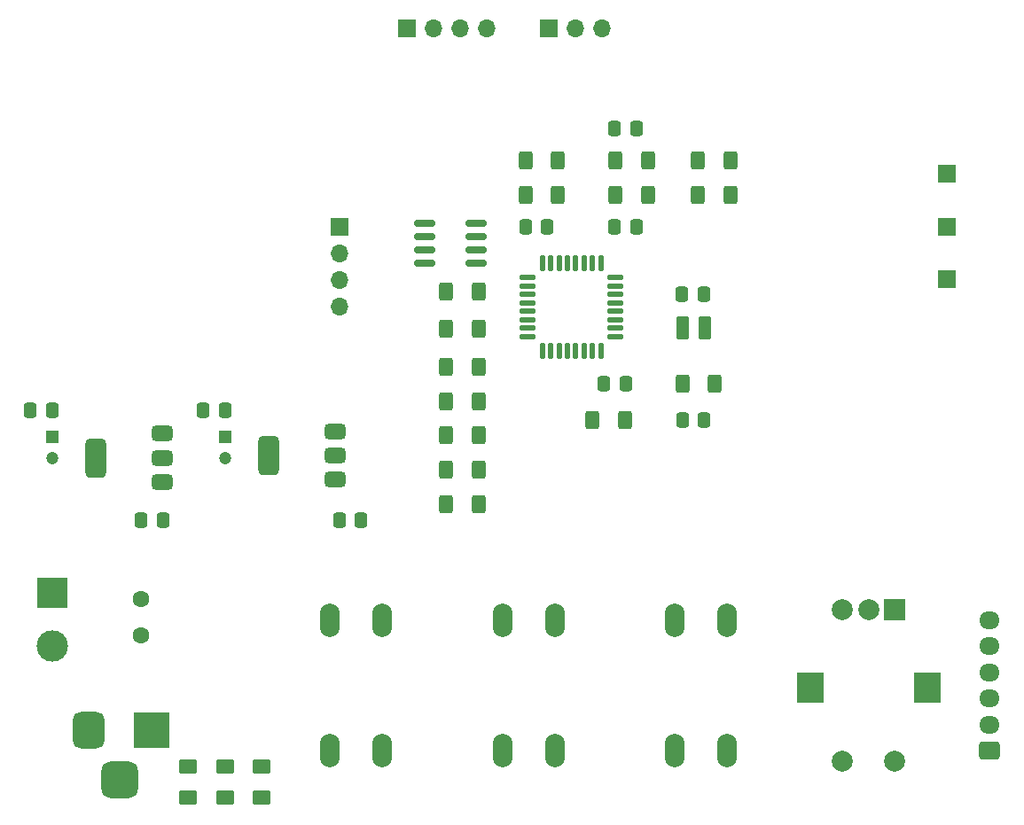
<source format=gbr>
%TF.GenerationSoftware,KiCad,Pcbnew,8.0.4*%
%TF.CreationDate,2024-08-22T00:10:47+03:00*%
%TF.ProjectId,stm32f030k6t6,73746d33-3266-4303-9330-6b3674362e6b,rev?*%
%TF.SameCoordinates,Original*%
%TF.FileFunction,Soldermask,Top*%
%TF.FilePolarity,Negative*%
%FSLAX46Y46*%
G04 Gerber Fmt 4.6, Leading zero omitted, Abs format (unit mm)*
G04 Created by KiCad (PCBNEW 8.0.4) date 2024-08-22 00:10:47*
%MOMM*%
%LPD*%
G01*
G04 APERTURE LIST*
G04 Aperture macros list*
%AMRoundRect*
0 Rectangle with rounded corners*
0 $1 Rounding radius*
0 $2 $3 $4 $5 $6 $7 $8 $9 X,Y pos of 4 corners*
0 Add a 4 corners polygon primitive as box body*
4,1,4,$2,$3,$4,$5,$6,$7,$8,$9,$2,$3,0*
0 Add four circle primitives for the rounded corners*
1,1,$1+$1,$2,$3*
1,1,$1+$1,$4,$5*
1,1,$1+$1,$6,$7*
1,1,$1+$1,$8,$9*
0 Add four rect primitives between the rounded corners*
20,1,$1+$1,$2,$3,$4,$5,0*
20,1,$1+$1,$4,$5,$6,$7,0*
20,1,$1+$1,$6,$7,$8,$9,0*
20,1,$1+$1,$8,$9,$2,$3,0*%
G04 Aperture macros list end*
%ADD10O,1.900000X3.200000*%
%ADD11R,1.700000X1.700000*%
%ADD12R,2.000000X2.000000*%
%ADD13C,2.000000*%
%ADD14R,2.500000X3.000000*%
%ADD15RoundRect,0.250000X0.400000X0.625000X-0.400000X0.625000X-0.400000X-0.625000X0.400000X-0.625000X0*%
%ADD16O,1.700000X1.700000*%
%ADD17RoundRect,0.250000X-0.400000X-0.625000X0.400000X-0.625000X0.400000X0.625000X-0.400000X0.625000X0*%
%ADD18R,1.200000X1.200000*%
%ADD19C,1.200000*%
%ADD20R,3.500000X3.500000*%
%ADD21RoundRect,0.750000X-0.750000X-1.000000X0.750000X-1.000000X0.750000X1.000000X-0.750000X1.000000X0*%
%ADD22RoundRect,0.875000X-0.875000X-0.875000X0.875000X-0.875000X0.875000X0.875000X-0.875000X0.875000X0*%
%ADD23RoundRect,0.250000X-0.337500X-0.475000X0.337500X-0.475000X0.337500X0.475000X-0.337500X0.475000X0*%
%ADD24C,1.600000*%
%ADD25RoundRect,0.250000X0.337500X0.475000X-0.337500X0.475000X-0.337500X-0.475000X0.337500X-0.475000X0*%
%ADD26RoundRect,0.375000X0.625000X0.375000X-0.625000X0.375000X-0.625000X-0.375000X0.625000X-0.375000X0*%
%ADD27RoundRect,0.500000X0.500000X1.400000X-0.500000X1.400000X-0.500000X-1.400000X0.500000X-1.400000X0*%
%ADD28R,3.000000X3.000000*%
%ADD29C,3.000000*%
%ADD30RoundRect,0.250001X0.624999X-0.462499X0.624999X0.462499X-0.624999X0.462499X-0.624999X-0.462499X0*%
%ADD31RoundRect,0.250000X0.375000X0.850000X-0.375000X0.850000X-0.375000X-0.850000X0.375000X-0.850000X0*%
%ADD32RoundRect,0.250000X0.725000X-0.600000X0.725000X0.600000X-0.725000X0.600000X-0.725000X-0.600000X0*%
%ADD33O,1.950000X1.700000*%
%ADD34RoundRect,0.150000X-0.825000X-0.150000X0.825000X-0.150000X0.825000X0.150000X-0.825000X0.150000X0*%
%ADD35RoundRect,0.125000X0.625000X0.125000X-0.625000X0.125000X-0.625000X-0.125000X0.625000X-0.125000X0*%
%ADD36RoundRect,0.125000X0.125000X0.625000X-0.125000X0.625000X-0.125000X-0.625000X0.125000X-0.625000X0*%
G04 APERTURE END LIST*
D10*
%TO.C,SW3*%
X214000000Y-119000000D03*
X214000000Y-106500000D03*
X219000000Y-119000000D03*
X219000000Y-106500000D03*
%TD*%
D11*
%TO.C,TP3*%
X240000000Y-63900000D03*
%TD*%
D12*
%TO.C,SW1*%
X235000000Y-105500000D03*
D13*
X230000000Y-105500000D03*
X232500000Y-105500000D03*
D14*
X238100000Y-113000000D03*
X226900000Y-113000000D03*
D13*
X235000000Y-120000000D03*
X230000000Y-120000000D03*
%TD*%
D15*
%TO.C,R9*%
X211400000Y-62610000D03*
X208300000Y-62610000D03*
%TD*%
D11*
%TO.C,J4*%
X201920000Y-50000000D03*
D16*
X204460000Y-50000000D03*
X207000000Y-50000000D03*
%TD*%
D11*
%TO.C,TP1*%
X240000000Y-73900000D03*
%TD*%
D15*
%TO.C,R15*%
X195250000Y-88820000D03*
X192150000Y-88820000D03*
%TD*%
D17*
%TO.C,R4*%
X199700000Y-65900000D03*
X202800000Y-65900000D03*
%TD*%
D18*
%TO.C,C9*%
X171000000Y-89000000D03*
D19*
X171000000Y-91000000D03*
%TD*%
D20*
%TO.C,J1*%
X164000000Y-117042500D03*
D21*
X158000000Y-117042500D03*
D22*
X161000000Y-121742500D03*
%TD*%
D23*
%TO.C,C1*%
X199725000Y-68900000D03*
X201800000Y-68900000D03*
%TD*%
D15*
%TO.C,R11*%
X195250000Y-75150000D03*
X192150000Y-75150000D03*
%TD*%
D24*
%TO.C,C5*%
X163000000Y-104500000D03*
X163000000Y-108000000D03*
%TD*%
D15*
%TO.C,R7*%
X217800000Y-83900000D03*
X214700000Y-83900000D03*
%TD*%
%TO.C,R1*%
X219300000Y-65900000D03*
X216200000Y-65900000D03*
%TD*%
D25*
%TO.C,C12*%
X209275000Y-83900000D03*
X207200000Y-83900000D03*
%TD*%
D17*
%TO.C,R3*%
X199700000Y-62610000D03*
X202800000Y-62610000D03*
%TD*%
D23*
%TO.C,C11*%
X214650000Y-75400000D03*
X216725000Y-75400000D03*
%TD*%
D18*
%TO.C,C7*%
X154500000Y-89000000D03*
D19*
X154500000Y-91000000D03*
%TD*%
D25*
%TO.C,C10*%
X171025000Y-86500000D03*
X168950000Y-86500000D03*
%TD*%
D10*
%TO.C,SW2*%
X181000000Y-119000000D03*
X181000000Y-106500000D03*
X186000000Y-119000000D03*
X186000000Y-106500000D03*
%TD*%
D17*
%TO.C,R10*%
X206100000Y-87400000D03*
X209200000Y-87400000D03*
%TD*%
D15*
%TO.C,R8*%
X211400000Y-65900000D03*
X208300000Y-65900000D03*
%TD*%
D23*
%TO.C,C2*%
X214725000Y-87400000D03*
X216800000Y-87400000D03*
%TD*%
D10*
%TO.C,SW4*%
X197500000Y-119000000D03*
X197500000Y-106500000D03*
X202500000Y-119000000D03*
X202500000Y-106500000D03*
%TD*%
D26*
%TO.C,U3*%
X165000000Y-93300000D03*
X165000000Y-91000000D03*
D27*
X158700000Y-91000000D03*
D26*
X165000000Y-88700000D03*
%TD*%
D28*
%TO.C,J6*%
X154500000Y-103920000D03*
D29*
X154500000Y-109000000D03*
%TD*%
D30*
%TO.C,D1*%
X171000000Y-123500000D03*
X171000000Y-120525000D03*
%TD*%
%TO.C,D3*%
X167500000Y-123500000D03*
X167500000Y-120525000D03*
%TD*%
D23*
%TO.C,C13*%
X181925000Y-97000000D03*
X184000000Y-97000000D03*
%TD*%
D25*
%TO.C,C8*%
X154525000Y-86500000D03*
X152450000Y-86500000D03*
%TD*%
D11*
%TO.C,J2*%
X182000000Y-68980000D03*
D16*
X182000000Y-71520000D03*
X182000000Y-74060000D03*
X182000000Y-76600000D03*
%TD*%
D23*
%TO.C,C3*%
X208237500Y-68900000D03*
X210312500Y-68900000D03*
%TD*%
D15*
%TO.C,R12*%
X195250000Y-78650000D03*
X192150000Y-78650000D03*
%TD*%
D31*
%TO.C,L1*%
X216875000Y-78600000D03*
X214725000Y-78600000D03*
%TD*%
D11*
%TO.C,TP2*%
X240000000Y-68900000D03*
%TD*%
%TO.C,J3*%
X188380000Y-50000000D03*
D16*
X190920000Y-50000000D03*
X193460000Y-50000000D03*
X196000000Y-50000000D03*
%TD*%
D32*
%TO.C,J5*%
X244000000Y-119000000D03*
D33*
X244000000Y-116500000D03*
X244000000Y-114000000D03*
X244000000Y-111500000D03*
X244000000Y-109000000D03*
X244000000Y-106500000D03*
%TD*%
D25*
%TO.C,C6*%
X165075000Y-97000000D03*
X163000000Y-97000000D03*
%TD*%
D26*
%TO.C,U4*%
X181500000Y-93100000D03*
X181500000Y-90800000D03*
D27*
X175200000Y-90800000D03*
D26*
X181500000Y-88500000D03*
%TD*%
D23*
%TO.C,C4*%
X208242500Y-59500000D03*
X210317500Y-59500000D03*
%TD*%
D15*
%TO.C,R13*%
X195250000Y-92110000D03*
X192150000Y-92110000D03*
%TD*%
D17*
%TO.C,R6*%
X192150000Y-85650000D03*
X195250000Y-85650000D03*
%TD*%
D30*
%TO.C,D2*%
X174500000Y-123500000D03*
X174500000Y-120525000D03*
%TD*%
D15*
%TO.C,R2*%
X219300000Y-62610000D03*
X216200000Y-62610000D03*
%TD*%
D34*
%TO.C,U2*%
X190050000Y-68610000D03*
X190050000Y-69880000D03*
X190050000Y-71150000D03*
X190050000Y-72420000D03*
X195000000Y-72420000D03*
X195000000Y-71150000D03*
X195000000Y-69880000D03*
X195000000Y-68610000D03*
%TD*%
D15*
%TO.C,R14*%
X195250000Y-95400000D03*
X192150000Y-95400000D03*
%TD*%
D17*
%TO.C,R5*%
X192150000Y-82285000D03*
X195250000Y-82285000D03*
%TD*%
D35*
%TO.C,U1*%
X208300000Y-79400000D03*
X208300000Y-78600000D03*
X208300000Y-77800000D03*
X208300000Y-77000000D03*
X208300000Y-76200000D03*
X208300000Y-75400000D03*
X208300000Y-74600000D03*
X208300000Y-73800000D03*
D36*
X206925000Y-72425000D03*
X206125000Y-72425000D03*
X205325000Y-72425000D03*
X204525000Y-72425000D03*
X203725000Y-72425000D03*
X202925000Y-72425000D03*
X202125000Y-72425000D03*
X201325000Y-72425000D03*
D35*
X199950000Y-73800000D03*
X199950000Y-74600000D03*
X199950000Y-75400000D03*
X199950000Y-76200000D03*
X199950000Y-77000000D03*
X199950000Y-77800000D03*
X199950000Y-78600000D03*
X199950000Y-79400000D03*
D36*
X201325000Y-80775000D03*
X202125000Y-80775000D03*
X202925000Y-80775000D03*
X203725000Y-80775000D03*
X204525000Y-80775000D03*
X205325000Y-80775000D03*
X206125000Y-80775000D03*
X206925000Y-80775000D03*
%TD*%
M02*

</source>
